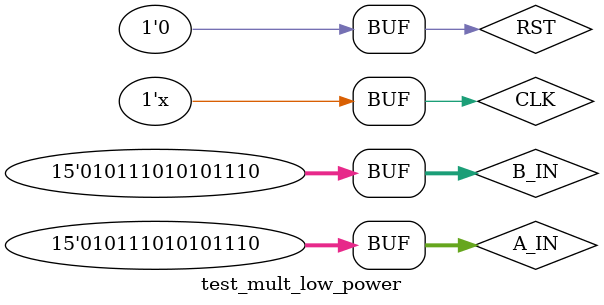
<source format=v>
`timescale 1ns/1ps

module test_mult_low_power;

parameter CLK_PERIOD = 10;

	
reg           CLK, RST;
reg   [14:0]  A_IN;
reg   [14:0]  B_IN;
wire  [29:0]  PROD_OUT;



mult_low_power test(.CLK(CLK), .RST(RST), .A_IN(A_IN), .B_IN(B_IN), .PROD_OUT(PROD_OUT));



initial 
begin
CLK <= 1'b0;
RST <= 1'b1;
#20 RST <= 1'b0;
end

initial 
begin


end


always
#(CLK_PERIOD/2) CLK = ~CLK;

initial
begin

#15 A_IN <= 15'd11950; 
//#65 A_IN <= 15'd2020;
//#65 A_IN <= 15'd12157;//10;
//#65 A_IN <= 15'd1115;
end

initial
begin

#15 B_IN <= 15'd11950; 
//#65 B_IN <= 15'd2020;
//#65 B_IN <= 15'd1000;
//#65 B_IN <= 15'd1115;
end




initial 

$monitor ($time, "clk=%b", CLK, " PROD_OUT = %h", PROD_OUT);
endmodule



</source>
